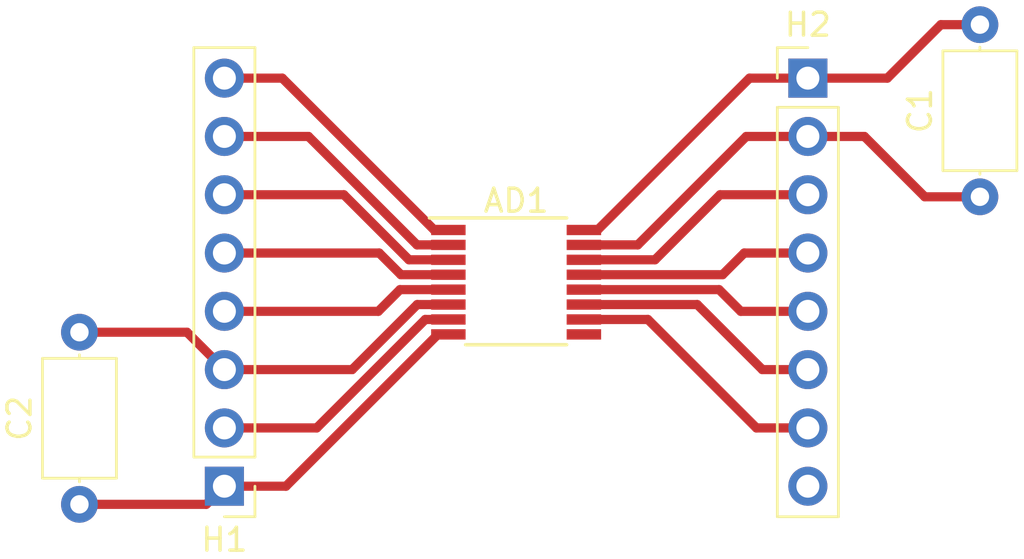
<source format=kicad_pcb>
(kicad_pcb (version 4) (host pcbnew 4.0.2-stable)

  (general
    (links 19)
    (no_connects 0)
    (area 138.568333 77.865 173.851667 113.985)
    (thickness 1.6)
    (drawings 0)
    (tracks 56)
    (zones 0)
    (modules 5)
    (nets 18)
  )

  (page A4)
  (layers
    (0 F.Cu signal)
    (31 B.Cu signal)
    (34 B.Paste user)
    (35 F.Paste user)
    (36 B.SilkS user)
    (37 F.SilkS user)
    (38 B.Mask user)
    (39 F.Mask user)
    (44 Edge.Cuts user)
    (47 F.CrtYd user)
  )

  (setup
    (last_trace_width 0.4)
    (trace_clearance 0.2)
    (zone_clearance 0.508)
    (zone_45_only no)
    (trace_min 0.2)
    (segment_width 0.2)
    (edge_width 0.15)
    (via_size 0.6)
    (via_drill 0.4)
    (via_min_size 0.4)
    (via_min_drill 0.3)
    (uvia_size 0.3)
    (uvia_drill 0.1)
    (uvias_allowed no)
    (uvia_min_size 0.2)
    (uvia_min_drill 0.1)
    (pcb_text_width 0.3)
    (pcb_text_size 1.5 1.5)
    (mod_edge_width 0.15)
    (mod_text_size 1 1)
    (mod_text_width 0.15)
    (pad_size 1.524 1.524)
    (pad_drill 0.762)
    (pad_to_mask_clearance 0.2)
    (aux_axis_origin 0 0)
    (visible_elements 7FFFFFFF)
    (pcbplotparams
      (layerselection 0x00030_80000001)
      (usegerberextensions false)
      (excludeedgelayer true)
      (linewidth 0.100000)
      (plotframeref false)
      (viasonmask false)
      (mode 1)
      (useauxorigin false)
      (hpglpennumber 1)
      (hpglpenspeed 20)
      (hpglpendiameter 15)
      (hpglpenoverlay 2)
      (psnegative false)
      (psa4output false)
      (plotreference true)
      (plotvalue true)
      (plotinvisibletext false)
      (padsonsilk false)
      (subtractmaskfromsilk false)
      (outputformat 1)
      (mirror false)
      (drillshape 1)
      (scaleselection 1)
      (outputdirectory ""))
  )

  (net 0 "")
  (net 1 "Net-(AD1-Pad1)")
  (net 2 "Net-(AD1-Pad2)")
  (net 3 "Net-(AD1-Pad3)")
  (net 4 "Net-(AD1-Pad4)")
  (net 5 "Net-(AD1-Pad5)")
  (net 6 "Net-(AD1-Pad6)")
  (net 7 "Net-(AD1-Pad7)")
  (net 8 "Net-(AD1-Pad8)")
  (net 9 "Net-(AD1-Pad9)")
  (net 10 "Net-(AD1-Pad10)")
  (net 11 "Net-(AD1-Pad11)")
  (net 12 "Net-(AD1-Pad12)")
  (net 13 "Net-(AD1-Pad13)")
  (net 14 "Net-(AD1-Pad14)")
  (net 15 "Net-(AD1-Pad15)")
  (net 16 "Net-(AD1-Pad16)")
  (net 17 "Net-(H2-Pad8)")

  (net_class Default "Ceci est la Netclass par défaut"
    (clearance 0.2)
    (trace_width 0.4)
    (via_dia 0.6)
    (via_drill 0.4)
    (uvia_dia 0.3)
    (uvia_drill 0.1)
    (add_net "Net-(AD1-Pad1)")
    (add_net "Net-(AD1-Pad10)")
    (add_net "Net-(AD1-Pad11)")
    (add_net "Net-(AD1-Pad12)")
    (add_net "Net-(AD1-Pad13)")
    (add_net "Net-(AD1-Pad14)")
    (add_net "Net-(AD1-Pad15)")
    (add_net "Net-(AD1-Pad16)")
    (add_net "Net-(AD1-Pad2)")
    (add_net "Net-(AD1-Pad3)")
    (add_net "Net-(AD1-Pad4)")
    (add_net "Net-(AD1-Pad5)")
    (add_net "Net-(AD1-Pad6)")
    (add_net "Net-(AD1-Pad7)")
    (add_net "Net-(AD1-Pad8)")
    (add_net "Net-(AD1-Pad9)")
    (add_net "Net-(H2-Pad8)")
  )

  (module Housings_SSOP:TSSOP-16_4.4x5mm_Pitch0.65mm (layer F.Cu) (tedit 54130A77) (tstamp 58E3B281)
    (at 156.21 96.52)
    (descr "16-Lead Plastic Thin Shrink Small Outline (ST)-4.4 mm Body [TSSOP] (see Microchip Packaging Specification 00000049BS.pdf)")
    (tags "SSOP 0.65")
    (path /58E45D10)
    (attr smd)
    (fp_text reference AD1 (at 0 -3.55) (layer F.SilkS)
      (effects (font (size 1 1) (thickness 0.15)))
    )
    (fp_text value AD5761R (at 0 3.55) (layer F.Fab)
      (effects (font (size 1 1) (thickness 0.15)))
    )
    (fp_line (start -1.2 -2.5) (end 2.2 -2.5) (layer F.Fab) (width 0.15))
    (fp_line (start 2.2 -2.5) (end 2.2 2.5) (layer F.Fab) (width 0.15))
    (fp_line (start 2.2 2.5) (end -2.2 2.5) (layer F.Fab) (width 0.15))
    (fp_line (start -2.2 2.5) (end -2.2 -1.5) (layer F.Fab) (width 0.15))
    (fp_line (start -2.2 -1.5) (end -1.2 -2.5) (layer F.Fab) (width 0.15))
    (fp_line (start -3.95 -2.9) (end -3.95 2.8) (layer F.CrtYd) (width 0.05))
    (fp_line (start 3.95 -2.9) (end 3.95 2.8) (layer F.CrtYd) (width 0.05))
    (fp_line (start -3.95 -2.9) (end 3.95 -2.9) (layer F.CrtYd) (width 0.05))
    (fp_line (start -3.95 2.8) (end 3.95 2.8) (layer F.CrtYd) (width 0.05))
    (fp_line (start -2.2 2.725) (end 2.2 2.725) (layer F.SilkS) (width 0.15))
    (fp_line (start -3.775 -2.8) (end 2.2 -2.8) (layer F.SilkS) (width 0.15))
    (pad 1 smd rect (at -2.95 -2.275) (size 1.5 0.45) (layers F.Cu F.Paste F.Mask)
      (net 1 "Net-(AD1-Pad1)"))
    (pad 2 smd rect (at -2.95 -1.625) (size 1.5 0.45) (layers F.Cu F.Paste F.Mask)
      (net 2 "Net-(AD1-Pad2)"))
    (pad 3 smd rect (at -2.95 -0.975) (size 1.5 0.45) (layers F.Cu F.Paste F.Mask)
      (net 3 "Net-(AD1-Pad3)"))
    (pad 4 smd rect (at -2.95 -0.325) (size 1.5 0.45) (layers F.Cu F.Paste F.Mask)
      (net 4 "Net-(AD1-Pad4)"))
    (pad 5 smd rect (at -2.95 0.325) (size 1.5 0.45) (layers F.Cu F.Paste F.Mask)
      (net 5 "Net-(AD1-Pad5)"))
    (pad 6 smd rect (at -2.95 0.975) (size 1.5 0.45) (layers F.Cu F.Paste F.Mask)
      (net 6 "Net-(AD1-Pad6)"))
    (pad 7 smd rect (at -2.95 1.625) (size 1.5 0.45) (layers F.Cu F.Paste F.Mask)
      (net 7 "Net-(AD1-Pad7)"))
    (pad 8 smd rect (at -2.95 2.275) (size 1.5 0.45) (layers F.Cu F.Paste F.Mask)
      (net 8 "Net-(AD1-Pad8)"))
    (pad 9 smd rect (at 2.95 2.275) (size 1.5 0.45) (layers F.Cu F.Paste F.Mask)
      (net 9 "Net-(AD1-Pad9)"))
    (pad 10 smd rect (at 2.95 1.625) (size 1.5 0.45) (layers F.Cu F.Paste F.Mask)
      (net 10 "Net-(AD1-Pad10)"))
    (pad 11 smd rect (at 2.95 0.975) (size 1.5 0.45) (layers F.Cu F.Paste F.Mask)
      (net 11 "Net-(AD1-Pad11)"))
    (pad 12 smd rect (at 2.95 0.325) (size 1.5 0.45) (layers F.Cu F.Paste F.Mask)
      (net 12 "Net-(AD1-Pad12)"))
    (pad 13 smd rect (at 2.95 -0.325) (size 1.5 0.45) (layers F.Cu F.Paste F.Mask)
      (net 13 "Net-(AD1-Pad13)"))
    (pad 14 smd rect (at 2.95 -0.975) (size 1.5 0.45) (layers F.Cu F.Paste F.Mask)
      (net 14 "Net-(AD1-Pad14)"))
    (pad 15 smd rect (at 2.95 -1.625) (size 1.5 0.45) (layers F.Cu F.Paste F.Mask)
      (net 15 "Net-(AD1-Pad15)"))
    (pad 16 smd rect (at 2.95 -2.275) (size 1.5 0.45) (layers F.Cu F.Paste F.Mask)
      (net 16 "Net-(AD1-Pad16)"))
    (model Housings_SSOP.3dshapes/TSSOP-16_4.4x5mm_Pitch0.65mm.wrl
      (at (xyz 0 0 0))
      (scale (xyz 1 1 1))
      (rotate (xyz 0 0 0))
    )
  )

  (module Pin_Headers:Pin_Header_Straight_1x08_Pitch2.54mm (layer F.Cu) (tedit 58CD4EC1) (tstamp 58E3B2E8)
    (at 143.51 105.41 180)
    (descr "Through hole straight pin header, 1x08, 2.54mm pitch, single row")
    (tags "Through hole pin header THT 1x08 2.54mm single row")
    (path /58E46CAE)
    (fp_text reference H1 (at 0 -2.33 180) (layer F.SilkS)
      (effects (font (size 1 1) (thickness 0.15)))
    )
    (fp_text value HEADER_DAC (at 0 20.11 180) (layer F.Fab)
      (effects (font (size 1 1) (thickness 0.15)))
    )
    (fp_line (start -1.27 -1.27) (end -1.27 19.05) (layer F.Fab) (width 0.1))
    (fp_line (start -1.27 19.05) (end 1.27 19.05) (layer F.Fab) (width 0.1))
    (fp_line (start 1.27 19.05) (end 1.27 -1.27) (layer F.Fab) (width 0.1))
    (fp_line (start 1.27 -1.27) (end -1.27 -1.27) (layer F.Fab) (width 0.1))
    (fp_line (start -1.33 1.27) (end -1.33 19.11) (layer F.SilkS) (width 0.12))
    (fp_line (start -1.33 19.11) (end 1.33 19.11) (layer F.SilkS) (width 0.12))
    (fp_line (start 1.33 19.11) (end 1.33 1.27) (layer F.SilkS) (width 0.12))
    (fp_line (start 1.33 1.27) (end -1.33 1.27) (layer F.SilkS) (width 0.12))
    (fp_line (start -1.33 0) (end -1.33 -1.33) (layer F.SilkS) (width 0.12))
    (fp_line (start -1.33 -1.33) (end 0 -1.33) (layer F.SilkS) (width 0.12))
    (fp_line (start -1.8 -1.8) (end -1.8 19.55) (layer F.CrtYd) (width 0.05))
    (fp_line (start -1.8 19.55) (end 1.8 19.55) (layer F.CrtYd) (width 0.05))
    (fp_line (start 1.8 19.55) (end 1.8 -1.8) (layer F.CrtYd) (width 0.05))
    (fp_line (start 1.8 -1.8) (end -1.8 -1.8) (layer F.CrtYd) (width 0.05))
    (fp_text user %R (at 0 -2.33 180) (layer F.Fab)
      (effects (font (size 1 1) (thickness 0.15)))
    )
    (pad 1 thru_hole rect (at 0 0 180) (size 1.7 1.7) (drill 1) (layers *.Cu *.Mask)
      (net 8 "Net-(AD1-Pad8)"))
    (pad 2 thru_hole oval (at 0 2.54 180) (size 1.7 1.7) (drill 1) (layers *.Cu *.Mask)
      (net 7 "Net-(AD1-Pad7)"))
    (pad 3 thru_hole oval (at 0 5.08 180) (size 1.7 1.7) (drill 1) (layers *.Cu *.Mask)
      (net 6 "Net-(AD1-Pad6)"))
    (pad 4 thru_hole oval (at 0 7.62 180) (size 1.7 1.7) (drill 1) (layers *.Cu *.Mask)
      (net 5 "Net-(AD1-Pad5)"))
    (pad 5 thru_hole oval (at 0 10.16 180) (size 1.7 1.7) (drill 1) (layers *.Cu *.Mask)
      (net 4 "Net-(AD1-Pad4)"))
    (pad 6 thru_hole oval (at 0 12.7 180) (size 1.7 1.7) (drill 1) (layers *.Cu *.Mask)
      (net 3 "Net-(AD1-Pad3)"))
    (pad 7 thru_hole oval (at 0 15.24 180) (size 1.7 1.7) (drill 1) (layers *.Cu *.Mask)
      (net 2 "Net-(AD1-Pad2)"))
    (pad 8 thru_hole oval (at 0 17.78 180) (size 1.7 1.7) (drill 1) (layers *.Cu *.Mask)
      (net 1 "Net-(AD1-Pad1)"))
    (model ${KISYS3DMOD}/Pin_Headers.3dshapes/Pin_Header_Straight_1x08_Pitch2.54mm.wrl
      (at (xyz 0 -0.35 0))
      (scale (xyz 1 1 1))
      (rotate (xyz 0 0 90))
    )
  )

  (module Pin_Headers:Pin_Header_Straight_1x08_Pitch2.54mm (layer F.Cu) (tedit 58CD4EC1) (tstamp 58E3B303)
    (at 168.91 87.63)
    (descr "Through hole straight pin header, 1x08, 2.54mm pitch, single row")
    (tags "Through hole pin header THT 1x08 2.54mm single row")
    (path /58E490AE)
    (fp_text reference H2 (at 0 -2.33) (layer F.SilkS)
      (effects (font (size 1 1) (thickness 0.15)))
    )
    (fp_text value HEADER_DAC (at 0 20.11) (layer F.Fab)
      (effects (font (size 1 1) (thickness 0.15)))
    )
    (fp_line (start -1.27 -1.27) (end -1.27 19.05) (layer F.Fab) (width 0.1))
    (fp_line (start -1.27 19.05) (end 1.27 19.05) (layer F.Fab) (width 0.1))
    (fp_line (start 1.27 19.05) (end 1.27 -1.27) (layer F.Fab) (width 0.1))
    (fp_line (start 1.27 -1.27) (end -1.27 -1.27) (layer F.Fab) (width 0.1))
    (fp_line (start -1.33 1.27) (end -1.33 19.11) (layer F.SilkS) (width 0.12))
    (fp_line (start -1.33 19.11) (end 1.33 19.11) (layer F.SilkS) (width 0.12))
    (fp_line (start 1.33 19.11) (end 1.33 1.27) (layer F.SilkS) (width 0.12))
    (fp_line (start 1.33 1.27) (end -1.33 1.27) (layer F.SilkS) (width 0.12))
    (fp_line (start -1.33 0) (end -1.33 -1.33) (layer F.SilkS) (width 0.12))
    (fp_line (start -1.33 -1.33) (end 0 -1.33) (layer F.SilkS) (width 0.12))
    (fp_line (start -1.8 -1.8) (end -1.8 19.55) (layer F.CrtYd) (width 0.05))
    (fp_line (start -1.8 19.55) (end 1.8 19.55) (layer F.CrtYd) (width 0.05))
    (fp_line (start 1.8 19.55) (end 1.8 -1.8) (layer F.CrtYd) (width 0.05))
    (fp_line (start 1.8 -1.8) (end -1.8 -1.8) (layer F.CrtYd) (width 0.05))
    (fp_text user %R (at 0 -2.33) (layer F.Fab)
      (effects (font (size 1 1) (thickness 0.15)))
    )
    (pad 1 thru_hole rect (at 0 0) (size 1.7 1.7) (drill 1) (layers *.Cu *.Mask)
      (net 16 "Net-(AD1-Pad16)"))
    (pad 2 thru_hole oval (at 0 2.54) (size 1.7 1.7) (drill 1) (layers *.Cu *.Mask)
      (net 15 "Net-(AD1-Pad15)"))
    (pad 3 thru_hole oval (at 0 5.08) (size 1.7 1.7) (drill 1) (layers *.Cu *.Mask)
      (net 14 "Net-(AD1-Pad14)"))
    (pad 4 thru_hole oval (at 0 7.62) (size 1.7 1.7) (drill 1) (layers *.Cu *.Mask)
      (net 13 "Net-(AD1-Pad13)"))
    (pad 5 thru_hole oval (at 0 10.16) (size 1.7 1.7) (drill 1) (layers *.Cu *.Mask)
      (net 12 "Net-(AD1-Pad12)"))
    (pad 6 thru_hole oval (at 0 12.7) (size 1.7 1.7) (drill 1) (layers *.Cu *.Mask)
      (net 11 "Net-(AD1-Pad11)"))
    (pad 7 thru_hole oval (at 0 15.24) (size 1.7 1.7) (drill 1) (layers *.Cu *.Mask)
      (net 10 "Net-(AD1-Pad10)"))
    (pad 8 thru_hole oval (at 0 17.78) (size 1.7 1.7) (drill 1) (layers *.Cu *.Mask)
      (net 17 "Net-(H2-Pad8)"))
    (model ${KISYS3DMOD}/Pin_Headers.3dshapes/Pin_Header_Straight_1x08_Pitch2.54mm.wrl
      (at (xyz 0 -0.35 0))
      (scale (xyz 1 1 1))
      (rotate (xyz 0 0 90))
    )
  )

  (module Capacitors_ThroughHole:C_Axial_L5.1mm_D3.1mm_P7.50mm_Horizontal (layer F.Cu) (tedit 58765D06) (tstamp 58E3B8C8)
    (at 176.4 92.8 90)
    (descr "C, Axial series, Axial, Horizontal, pin pitch=7.5mm, , length*diameter=5.1*3.1mm^2, http://www.vishay.com/docs/45231/arseries.pdf")
    (tags "C Axial series Axial Horizontal pin pitch 7.5mm  length 5.1mm diameter 3.1mm")
    (path /58E463AD)
    (fp_text reference C1 (at 3.75 -2.61 90) (layer F.SilkS)
      (effects (font (size 1 1) (thickness 0.15)))
    )
    (fp_text value 100nF (at 3.75 2.61 90) (layer F.Fab)
      (effects (font (size 1 1) (thickness 0.15)))
    )
    (fp_line (start 1.2 -1.55) (end 1.2 1.55) (layer F.Fab) (width 0.1))
    (fp_line (start 1.2 1.55) (end 6.3 1.55) (layer F.Fab) (width 0.1))
    (fp_line (start 6.3 1.55) (end 6.3 -1.55) (layer F.Fab) (width 0.1))
    (fp_line (start 6.3 -1.55) (end 1.2 -1.55) (layer F.Fab) (width 0.1))
    (fp_line (start 0 0) (end 1.2 0) (layer F.Fab) (width 0.1))
    (fp_line (start 7.5 0) (end 6.3 0) (layer F.Fab) (width 0.1))
    (fp_line (start 1.14 -1.61) (end 1.14 1.61) (layer F.SilkS) (width 0.12))
    (fp_line (start 1.14 1.61) (end 6.36 1.61) (layer F.SilkS) (width 0.12))
    (fp_line (start 6.36 1.61) (end 6.36 -1.61) (layer F.SilkS) (width 0.12))
    (fp_line (start 6.36 -1.61) (end 1.14 -1.61) (layer F.SilkS) (width 0.12))
    (fp_line (start 0.98 0) (end 1.14 0) (layer F.SilkS) (width 0.12))
    (fp_line (start 6.52 0) (end 6.36 0) (layer F.SilkS) (width 0.12))
    (fp_line (start -1.05 -1.9) (end -1.05 1.9) (layer F.CrtYd) (width 0.05))
    (fp_line (start -1.05 1.9) (end 8.55 1.9) (layer F.CrtYd) (width 0.05))
    (fp_line (start 8.55 1.9) (end 8.55 -1.9) (layer F.CrtYd) (width 0.05))
    (fp_line (start 8.55 -1.9) (end -1.05 -1.9) (layer F.CrtYd) (width 0.05))
    (pad 1 thru_hole circle (at 0 0 90) (size 1.6 1.6) (drill 0.8) (layers *.Cu *.Mask)
      (net 15 "Net-(AD1-Pad15)"))
    (pad 2 thru_hole oval (at 7.5 0 90) (size 1.6 1.6) (drill 0.8) (layers *.Cu *.Mask)
      (net 16 "Net-(AD1-Pad16)"))
    (model Capacitors_THT.3dshapes/C_Axial_L5.1mm_D3.1mm_P7.50mm_Horizontal.wrl
      (at (xyz 0 0 0))
      (scale (xyz 0.393701 0.393701 0.393701))
      (rotate (xyz 0 0 0))
    )
  )

  (module Capacitors_ThroughHole:C_Axial_L5.1mm_D3.1mm_P7.50mm_Horizontal (layer F.Cu) (tedit 58765D06) (tstamp 58E3B8DD)
    (at 137.2 106.2 90)
    (descr "C, Axial series, Axial, Horizontal, pin pitch=7.5mm, , length*diameter=5.1*3.1mm^2, http://www.vishay.com/docs/45231/arseries.pdf")
    (tags "C Axial series Axial Horizontal pin pitch 7.5mm  length 5.1mm diameter 3.1mm")
    (path /58E4659D)
    (fp_text reference C2 (at 3.75 -2.61 90) (layer F.SilkS)
      (effects (font (size 1 1) (thickness 0.15)))
    )
    (fp_text value 100nF (at 3.75 2.61 90) (layer F.Fab)
      (effects (font (size 1 1) (thickness 0.15)))
    )
    (fp_line (start 1.2 -1.55) (end 1.2 1.55) (layer F.Fab) (width 0.1))
    (fp_line (start 1.2 1.55) (end 6.3 1.55) (layer F.Fab) (width 0.1))
    (fp_line (start 6.3 1.55) (end 6.3 -1.55) (layer F.Fab) (width 0.1))
    (fp_line (start 6.3 -1.55) (end 1.2 -1.55) (layer F.Fab) (width 0.1))
    (fp_line (start 0 0) (end 1.2 0) (layer F.Fab) (width 0.1))
    (fp_line (start 7.5 0) (end 6.3 0) (layer F.Fab) (width 0.1))
    (fp_line (start 1.14 -1.61) (end 1.14 1.61) (layer F.SilkS) (width 0.12))
    (fp_line (start 1.14 1.61) (end 6.36 1.61) (layer F.SilkS) (width 0.12))
    (fp_line (start 6.36 1.61) (end 6.36 -1.61) (layer F.SilkS) (width 0.12))
    (fp_line (start 6.36 -1.61) (end 1.14 -1.61) (layer F.SilkS) (width 0.12))
    (fp_line (start 0.98 0) (end 1.14 0) (layer F.SilkS) (width 0.12))
    (fp_line (start 6.52 0) (end 6.36 0) (layer F.SilkS) (width 0.12))
    (fp_line (start -1.05 -1.9) (end -1.05 1.9) (layer F.CrtYd) (width 0.05))
    (fp_line (start -1.05 1.9) (end 8.55 1.9) (layer F.CrtYd) (width 0.05))
    (fp_line (start 8.55 1.9) (end 8.55 -1.9) (layer F.CrtYd) (width 0.05))
    (fp_line (start 8.55 -1.9) (end -1.05 -1.9) (layer F.CrtYd) (width 0.05))
    (pad 1 thru_hole circle (at 0 0 90) (size 1.6 1.6) (drill 0.8) (layers *.Cu *.Mask)
      (net 8 "Net-(AD1-Pad8)"))
    (pad 2 thru_hole oval (at 7.5 0 90) (size 1.6 1.6) (drill 0.8) (layers *.Cu *.Mask)
      (net 6 "Net-(AD1-Pad6)"))
    (model Capacitors_THT.3dshapes/C_Axial_L5.1mm_D3.1mm_P7.50mm_Horizontal.wrl
      (at (xyz 0 0 0))
      (scale (xyz 0.393701 0.393701 0.393701))
      (rotate (xyz 0 0 0))
    )
  )

  (segment (start 153.26 94.245) (end 152.645 94.245) (width 0.4) (layer F.Cu) (net 1))
  (segment (start 152.645 94.245) (end 146.03 87.63) (width 0.4) (layer F.Cu) (net 1) (tstamp 58E3BA51))
  (segment (start 146.03 87.63) (end 143.51 87.63) (width 0.4) (layer F.Cu) (net 1) (tstamp 58E3BA58))
  (segment (start 143.51 90.17) (end 147.17 90.17) (width 0.4) (layer F.Cu) (net 2))
  (segment (start 151.895 94.895) (end 153.26 94.895) (width 0.4) (layer F.Cu) (net 2) (tstamp 58E3BA8C))
  (segment (start 147.17 90.17) (end 151.895 94.895) (width 0.4) (layer F.Cu) (net 2) (tstamp 58E3BA88))
  (segment (start 143.51 92.71) (end 148.71 92.71) (width 0.4) (layer F.Cu) (net 3))
  (segment (start 151.545 95.545) (end 153.26 95.545) (width 0.4) (layer F.Cu) (net 3) (tstamp 58E3BAA6))
  (segment (start 148.71 92.71) (end 151.545 95.545) (width 0.4) (layer F.Cu) (net 3) (tstamp 58E3BAA0))
  (segment (start 143.51 95.25) (end 150.25 95.25) (width 0.4) (layer F.Cu) (net 4))
  (segment (start 151.195 96.195) (end 153.26 96.195) (width 0.4) (layer F.Cu) (net 4) (tstamp 58E3BAAC))
  (segment (start 150.25 95.25) (end 151.195 96.195) (width 0.4) (layer F.Cu) (net 4) (tstamp 58E3BAAA))
  (segment (start 143.51 97.79) (end 150.21 97.79) (width 0.4) (layer F.Cu) (net 5))
  (segment (start 151.155 96.845) (end 153.26 96.845) (width 0.4) (layer F.Cu) (net 5) (tstamp 58E3BAB6))
  (segment (start 150.21 97.79) (end 151.155 96.845) (width 0.4) (layer F.Cu) (net 5) (tstamp 58E3BAB0))
  (segment (start 137.2 98.7) (end 141.88 98.7) (width 0.4) (layer F.Cu) (net 6))
  (segment (start 141.88 98.7) (end 143.51 100.33) (width 0.4) (layer F.Cu) (net 6) (tstamp 58E49A9B))
  (segment (start 143.51 100.33) (end 149.07 100.33) (width 0.4) (layer F.Cu) (net 6))
  (segment (start 151.905 97.495) (end 153.26 97.495) (width 0.4) (layer F.Cu) (net 6) (tstamp 58E3BB2B))
  (segment (start 149.07 100.33) (end 151.905 97.495) (width 0.4) (layer F.Cu) (net 6) (tstamp 58E3BB29))
  (segment (start 143.51 102.87) (end 147.53 102.87) (width 0.4) (layer F.Cu) (net 7))
  (segment (start 152.255 98.145) (end 153.26 98.145) (width 0.4) (layer F.Cu) (net 7) (tstamp 58E3BB30))
  (segment (start 147.53 102.87) (end 152.255 98.145) (width 0.4) (layer F.Cu) (net 7) (tstamp 58E3BB2E))
  (segment (start 137.2 106.2) (end 142.72 106.2) (width 0.4) (layer F.Cu) (net 8))
  (segment (start 142.72 106.2) (end 143.51 105.41) (width 0.4) (layer F.Cu) (net 8) (tstamp 58E49A98))
  (segment (start 143.51 105.41) (end 146.19 105.41) (width 0.4) (layer F.Cu) (net 8))
  (segment (start 146.19 105.41) (end 152.805 98.795) (width 0.4) (layer F.Cu) (net 8) (tstamp 58E3BB33))
  (segment (start 152.805 98.795) (end 153.26 98.795) (width 0.4) (layer F.Cu) (net 8) (tstamp 58E3BB35))
  (segment (start 159.16 98.145) (end 161.945 98.145) (width 0.4) (layer F.Cu) (net 10))
  (segment (start 166.67 102.87) (end 168.91 102.87) (width 0.4) (layer F.Cu) (net 10) (tstamp 58E3BA27))
  (segment (start 161.945 98.145) (end 166.67 102.87) (width 0.4) (layer F.Cu) (net 10) (tstamp 58E3BA21))
  (segment (start 159.16 97.495) (end 164.095 97.495) (width 0.4) (layer F.Cu) (net 11))
  (segment (start 166.93 100.33) (end 168.91 100.33) (width 0.4) (layer F.Cu) (net 11) (tstamp 58E3B9D5))
  (segment (start 164.095 97.495) (end 166.93 100.33) (width 0.4) (layer F.Cu) (net 11) (tstamp 58E3B9D1))
  (segment (start 159.16 96.845) (end 165.045 96.845) (width 0.4) (layer F.Cu) (net 12))
  (segment (start 165.99 97.79) (end 168.91 97.79) (width 0.4) (layer F.Cu) (net 12) (tstamp 58E3BA41))
  (segment (start 165.045 96.845) (end 165.99 97.79) (width 0.4) (layer F.Cu) (net 12) (tstamp 58E3BA3E))
  (segment (start 159.16 96.195) (end 165.195 96.195) (width 0.4) (layer F.Cu) (net 13))
  (segment (start 166.14 95.25) (end 168.91 95.25) (width 0.4) (layer F.Cu) (net 13) (tstamp 58E3B9A9))
  (segment (start 165.195 96.195) (end 166.14 95.25) (width 0.4) (layer F.Cu) (net 13) (tstamp 58E3B9A5))
  (segment (start 159.16 95.545) (end 162.255 95.545) (width 0.4) (layer F.Cu) (net 14))
  (segment (start 165.09 92.71) (end 168.91 92.71) (width 0.4) (layer F.Cu) (net 14) (tstamp 58E3B973))
  (segment (start 162.255 95.545) (end 165.09 92.71) (width 0.4) (layer F.Cu) (net 14) (tstamp 58E3B96F))
  (segment (start 168.91 90.17) (end 171.37 90.17) (width 0.4) (layer F.Cu) (net 15) (status 400000))
  (segment (start 174 92.8) (end 176.4 92.8) (width 0.4) (layer F.Cu) (net 15) (tstamp 58E49B38) (status 800000))
  (segment (start 171.37 90.17) (end 174 92.8) (width 0.4) (layer F.Cu) (net 15) (tstamp 58E49B36))
  (segment (start 159.16 94.895) (end 161.505 94.895) (width 0.4) (layer F.Cu) (net 15) (status 400000))
  (segment (start 166.23 90.17) (end 168.91 90.17) (width 0.4) (layer F.Cu) (net 15) (tstamp 58E49B25) (status 800000))
  (segment (start 161.505 94.895) (end 166.23 90.17) (width 0.4) (layer F.Cu) (net 15) (tstamp 58E49B23))
  (segment (start 168.68 90.4) (end 168.91 90.17) (width 0.4) (layer F.Cu) (net 15) (tstamp 58E4997C))
  (segment (start 168.91 87.63) (end 172.37 87.63) (width 0.4) (layer F.Cu) (net 16) (status 400000))
  (segment (start 174.7 85.3) (end 176.4 85.3) (width 0.4) (layer F.Cu) (net 16) (tstamp 58E49B2B) (status 800000))
  (segment (start 172.37 87.63) (end 174.7 85.3) (width 0.4) (layer F.Cu) (net 16) (tstamp 58E49B29))
  (segment (start 159.16 94.245) (end 159.755 94.245) (width 0.4) (layer F.Cu) (net 16) (status C00000))
  (segment (start 159.755 94.245) (end 166.37 87.63) (width 0.4) (layer F.Cu) (net 16) (tstamp 58E49B1E) (status 400000))
  (segment (start 166.37 87.63) (end 168.91 87.63) (width 0.4) (layer F.Cu) (net 16) (tstamp 58E49B1F) (status 800000))

)

</source>
